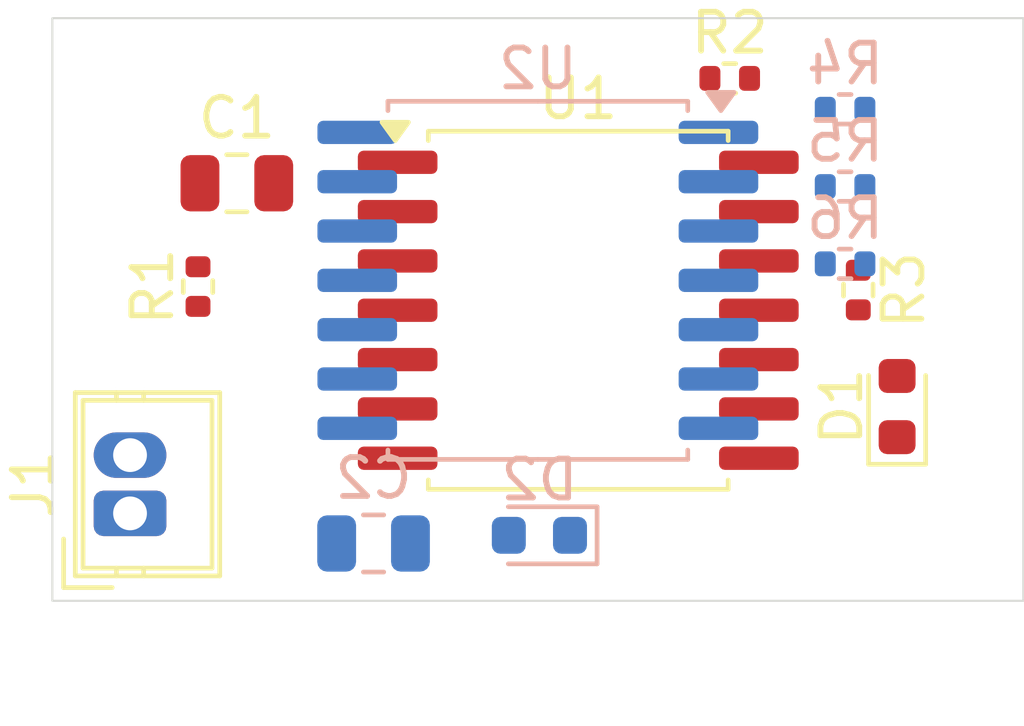
<source format=kicad_pcb>
(kicad_pcb (version 20241229) (generator "pcbnew") (generator_version "9.0")
  (layers (0 "F.Cu" signal) (4 "In1.Cu" signal) (6 "In2.Cu" signal) (2 "B.Cu" signal) (13 "F.Paste" user) (15 "B.Paste" user) (5 "F.SilkS" user "F.Silkscreen") (7 "B.SilkS" user "B.Silkscreen") (1 "F.Mask" user) (3 "B.Mask" user) (25 "Edge.Cuts" user))
  (net 0 "")
  (net 1 "GND")
  (net 2 "Net-(C1-Pad1)")
  (net 3 "VCC")
  (net 4 "Net-(U1-OUT)")
  (net 5 "Net-(U1-FB)")
  (net 6 "Net-(D1-A)")
  (net 7 "Net-(C2-Pad1)")
  (net 8 "Net-(D2-A)")
  (net 9 "Net-(U2-FB)")
  (net 10 "Net-(U2-OUT)")
  (footprint "Resistor_SMD:R_0402_1005Metric" (layer "F.Cu") (at 125.75 77 -90)
    (property "Reference" "R3" (at 0 -1.17 90) (layer "F.SilkS"))
    (property "Value" "R")
    (fp_line (start -0.153641 0.38) (end 0.153641 0.38) (stroke (width 0.12)) (layer "F.SilkS"))
    (fp_line (start -0.153641 -0.38) (end 0.153641 -0.38) (stroke (width 0.12)) (layer "F.SilkS"))
    (pad "1" smd roundrect (at -0.51 0 270) (size 0.54 0.64) (layers "F.Cu" "F.Mask" "F.Paste") (net 4 "Net-(U1-OUT)"))
    (pad "2" smd roundrect (at 0.51 0 270) (size 0.54 0.64) (layers "F.Cu" "F.Mask" "F.Paste") (net 6 "Net-(D1-A)"))
  )
  (footprint "LED_SMD:LED_0603_1608Metric" (layer "F.Cu") (at 126.75 80 90)
    (property "Reference" "D1" (at 0 -1.43 90) (layer "F.SilkS"))
    (property "Value" "LED")
    (fp_line (start 0.8 -0.735) (end -1.485 -0.735) (stroke (width 0.12)) (layer "F.SilkS"))
    (fp_line (start -1.485 -0.735) (end -1.485 0.735) (stroke (width 0.12)) (layer "F.SilkS"))
    (fp_line (start -1.485 0.735) (end 0.8 0.735) (stroke (width 0.12)) (layer "F.SilkS"))
    (pad "1" smd roundrect (at -0.7875 0 90) (size 0.875 0.95) (layers "F.Cu" "F.Mask" "F.Paste") (net 1 "GND"))
    (pad "2" smd roundrect (at 0.7875 0 90) (size 0.875 0.95) (layers "F.Cu" "F.Mask" "F.Paste") (net 6 "Net-(D1-A)"))
  )
  (footprint "Connector_Wuerth:Wuerth_WR-WTB_64800211622_1x02_P1.50mm_Vertical" (layer "F.Cu") (at 107 82.75 90)
    (property "Reference" "J1" (at 0.75 -2.5 90) (layer "F.SilkS"))
    (property "Value" "Conn_01x02_Pin")
    (fp_line (start -0.66 -1.71) (end -1.91 -1.71) (stroke (width 0.12)) (layer "F.SilkS"))
    (fp_line (start -1.91 -1.71) (end -1.91 -0.46) (stroke (width 0.12)) (layer "F.SilkS"))
    (fp_line (start 3.11 -1.41) (end -1.61 -1.41) (stroke (width 0.12)) (layer "F.SilkS"))
    (fp_line (start -1.61 -1.41) (end -1.61 2.31) (stroke (width 0.12)) (layer "F.SilkS"))
    (fp_line (start 2.91 -1.21) (end 2.91 -0.35) (stroke (width 0.12)) (layer "F.SilkS"))
    (fp_line (start -1.41 -1.21) (end 2.91 -1.21) (stroke (width 0.12)) (layer "F.SilkS"))
    (fp_line (start 2.91 -0.35) (end 3.11 -0.35) (stroke (width 0.12)) (layer "F.SilkS"))
    (fp_line (start 2.91 -0.35) (end 2.91 0.35) (stroke (width 0.12)) (layer "F.SilkS"))
    (fp_line (start -1.41 -0.35) (end -1.41 -1.21) (stroke (width 0.12)) (layer "F.SilkS"))
    (fp_line (start -1.41 -0.35) (end -1.41 0.35) (stroke (width 0.12)) (layer "F.SilkS"))
    (fp_line (start -1.61 -0.35) (end -1.41 -0.35) (stroke (width 0.12)) (layer "F.SilkS"))
    (fp_line (start 2.91 0.35) (end 3.11 0.35) (stroke (width 0.12)) (layer "F.SilkS"))
    (fp_line (start -1.41 0.35) (end -1.61 0.35) (stroke (width 0.12)) (layer "F.SilkS"))
    (fp_line (start -1.41 0.35) (end -1.41 2.11) (stroke (width 0.12)) (layer "F.SilkS"))
    (fp_line (start 2.91 2.11) (end 2.91 0.35) (stroke (width 0.12)) (layer "F.SilkS"))
    (fp_line (start -1.41 2.11) (end 2.91 2.11) (stroke (width 0.12)) (layer "F.SilkS"))
    (fp_line (start 3.11 2.31) (end 3.11 -1.41) (stroke (width 0.12)) (layer "F.SilkS"))
    (fp_line (start -1.61 2.31) (end 3.11 2.31) (stroke (width 0.12)) (layer "F.SilkS"))
    (pad "1" thru_hole roundrect (at 0 0 90) (size 1.17 1.87) (drill 0.87) (layers "*.Cu" "*.Mask") (roundrect_rratio 0.213675) (net 1 "GND"))
    (pad "2" thru_hole oval (at 1.5 0 90) (size 1.17 1.87) (drill 0.87) (layers "*.Cu" "*.Mask") (net 3 "VCC"))
  )
  (footprint "Capacitor_SMD:C_0805_2012Metric" (layer "F.Cu") (at 109.75 74.25)
    (property "Reference" "C1" (at 0 -1.68 0) (layer "F.SilkS"))
    (property "Value" "C")
    (fp_line (start -0.261252 -0.735) (end 0.261252 -0.735) (stroke (width 0.12)) (layer "F.SilkS"))
    (fp_line (start -0.261252 0.735) (end 0.261252 0.735) (stroke (width 0.12)) (layer "F.SilkS"))
    (pad "1" smd roundrect (at -0.95 0) (size 1 1.45) (layers "F.Cu" "F.Mask" "F.Paste") (net 2 "Net-(C1-Pad1)"))
    (pad "2" smd roundrect (at 0.95 0) (size 1 1.45) (layers "F.Cu" "F.Mask" "F.Paste") (net 1 "GND"))
  )
  (footprint "Resistor_SMD:R_0402_1005Metric" (layer "F.Cu") (at 108.75 76.91 90)
    (property "Reference" "R1" (at 0 -1.17 90) (layer "F.SilkS"))
    (property "Value" "R")
    (fp_line (start -0.153641 -0.38) (end 0.153641 -0.38) (stroke (width 0.12)) (layer "F.SilkS"))
    (fp_line (start -0.153641 0.38) (end 0.153641 0.38) (stroke (width 0.12)) (layer "F.SilkS"))
    (pad "1" smd roundrect (at -0.51 0 90) (size 0.54 0.64) (layers "F.Cu" "F.Mask" "F.Paste") (net 3 "VCC"))
    (pad "2" smd roundrect (at 0.51 0 90) (size 0.54 0.64) (layers "F.Cu" "F.Mask" "F.Paste") (net 2 "Net-(C1-Pad1)"))
  )
  (footprint "Resistor_SMD:R_0402_1005Metric" (layer "F.Cu") (at 122.44 71.55)
    (property "Reference" "R2" (at 0 -1.17 0) (layer "F.SilkS"))
    (property "Value" "R")
    (fp_line (start -0.153641 -0.38) (end 0.153641 -0.38) (stroke (width 0.12)) (layer "F.SilkS"))
    (fp_line (start -0.153641 0.38) (end 0.153641 0.38) (stroke (width 0.12)) (layer "F.SilkS"))
    (pad "1" smd roundrect (at -0.51 0) (size 0.54 0.64) (layers "F.Cu" "F.Mask" "F.Paste") (net 5 "Net-(U1-FB)"))
    (pad "2" smd roundrect (at 0.51 0) (size 0.54 0.64) (layers "F.Cu" "F.Mask" "F.Paste") (net 4 "Net-(U1-OUT)"))
  )
  (footprint "Package_SO:SOIC-14W_7.5x9mm_P1.27mm" (layer "F.Cu") (at 118.54 77.52)
    (property "Reference" "U1" (at 0 -5.45 0) (layer "F.SilkS"))
    (property "Value" "LM2574HVM-3.3")
    (fp_line (start -3.86 -4.61) (end -3.86 -4.37) (stroke (width 0.12)) (layer "F.SilkS"))
    (fp_line (start -3.86 4.61) (end -3.86 4.37) (stroke (width 0.12)) (layer "F.SilkS"))
    (fp_line (start 0 -4.61) (end -3.86 -4.61) (stroke (width 0.12)) (layer "F.SilkS"))
    (fp_line (start 0 -4.61) (end 3.86 -4.61) (stroke (width 0.12)) (layer "F.SilkS"))
    (fp_line (start 0 4.61) (end -3.86 4.61) (stroke (width 0.12)) (layer "F.SilkS"))
    (fp_line (start 0 4.61) (end 3.86 4.61) (stroke (width 0.12)) (layer "F.SilkS"))
    (fp_line (start 3.86 -4.61) (end 3.86 -4.37) (stroke (width 0.12)) (layer "F.SilkS"))
    (fp_line (start 3.86 4.61) (end 3.86 4.37) (stroke (width 0.12)) (layer "F.SilkS"))
    (fp_poly (pts (xy -4.7125 -4.37) (xy -5.0525 -4.84) (xy -4.3725 -4.84)) (stroke (width 0.12)) (fill yes) (layer "F.SilkS"))
    (pad "1" smd roundrect (at -4.65 -3.81) (size 2.05 0.6) (layers "F.Cu" "F.Mask" "F.Paste"))
    (pad "2" smd roundrect (at -4.65 -2.54) (size 2.05 0.6) (layers "F.Cu" "F.Mask" "F.Paste"))
    (pad "3" smd roundrect (at -4.65 -1.27) (size 2.05 0.6) (layers "F.Cu" "F.Mask" "F.Paste") (net 5 "Net-(U1-FB)"))
    (pad "4" smd roundrect (at -4.65 0) (size 2.05 0.6) (layers "F.Cu" "F.Mask" "F.Paste") (net 1 "GND"))
    (pad "5" smd roundrect (at -4.65 1.27) (size 2.05 0.6) (layers "F.Cu" "F.Mask" "F.Paste") (net 3 "VCC"))
    (pad "6" smd roundrect (at -4.65 2.54) (size 2.05 0.6) (layers "F.Cu" "F.Mask" "F.Paste") (net 1 "GND"))
    (pad "7" smd roundrect (at -4.65 3.81) (size 2.05 0.6) (layers "F.Cu" "F.Mask" "F.Paste"))
    (pad "8" smd roundrect (at 4.65 3.81) (size 2.05 0.6) (layers "F.Cu" "F.Mask" "F.Paste"))
    (pad "9" smd roundrect (at 4.65 2.54) (size 2.05 0.6) (layers "F.Cu" "F.Mask" "F.Paste"))
    (pad "10" smd roundrect (at 4.65 1.27) (size 2.05 0.6) (layers "F.Cu" "F.Mask" "F.Paste") (net 3 "VCC"))
    (pad "11" smd roundrect (at 4.65 0) (size 2.05 0.6) (layers "F.Cu" "F.Mask" "F.Paste"))
    (pad "12" smd roundrect (at 4.65 -1.27) (size 2.05 0.6) (layers "F.Cu" "F.Mask" "F.Paste") (net 4 "Net-(U1-OUT)"))
    (pad "13" smd roundrect (at 4.65 -2.54) (size 2.05 0.6) (layers "F.Cu" "F.Mask" "F.Paste"))
    (pad "14" smd roundrect (at 4.65 -3.81) (size 2.05 0.6) (layers "F.Cu" "F.Mask" "F.Paste"))
  )
  (footprint "Resistor_SMD:R_0402_1005Metric" (layer "B.Cu") (at 125.41 74.335 180)
    (property "Reference" "R5" (at 0 1.17 0) (layer "B.SilkS") (effects (justify mirror)))
    (property "Value" "R")
    (fp_line (start -0.153641 0.38) (end 0.153641 0.38) (stroke (width 0.12)) (layer "B.SilkS"))
    (fp_line (start -0.153641 -0.38) (end 0.153641 -0.38) (stroke (width 0.12)) (layer "B.SilkS"))
    (pad "1" smd roundrect (at -0.51 0 180) (size 0.54 0.64) (layers "B.Cu" "B.Mask" "B.Paste") (net 9 "Net-(U2-FB)"))
    (pad "2" smd roundrect (at 0.51 0 180) (size 0.54 0.64) (layers "B.Cu" "B.Mask" "B.Paste") (net 10 "Net-(U2-OUT)"))
  )
  (footprint "Resistor_SMD:R_0402_1005Metric" (layer "B.Cu") (at 125.41 72.345 180)
    (property "Reference" "R4" (at 0 1.17 0) (layer "B.SilkS") (effects (justify mirror)))
    (property "Value" "R")
    (fp_line (start -0.153641 0.38) (end 0.153641 0.38) (stroke (width 0.12)) (layer "B.SilkS"))
    (fp_line (start -0.153641 -0.38) (end 0.153641 -0.38) (stroke (width 0.12)) (layer "B.SilkS"))
    (pad "1" smd roundrect (at -0.51 0 180) (size 0.54 0.64) (layers "B.Cu" "B.Mask" "B.Paste") (net 3 "VCC"))
    (pad "2" smd roundrect (at 0.51 0 180) (size 0.54 0.64) (layers "B.Cu" "B.Mask" "B.Paste") (net 7 "Net-(C2-Pad1)"))
  )
  (footprint "Capacitor_SMD:C_0805_2012Metric" (layer "B.Cu") (at 113.27 83.525 180)
    (property "Reference" "C2" (at 0 1.68 0) (layer "B.SilkS") (effects (justify mirror)))
    (property "Value" "C")
    (fp_line (start -0.261252 0.735) (end 0.261252 0.735) (stroke (width 0.12)) (layer "B.SilkS"))
    (fp_line (start -0.261252 -0.735) (end 0.261252 -0.735) (stroke (width 0.12)) (layer "B.SilkS"))
    (pad "1" smd roundrect (at -0.95 0 180) (size 1 1.45) (layers "B.Cu" "B.Mask" "B.Paste") (net 7 "Net-(C2-Pad1)"))
    (pad "2" smd roundrect (at 0.95 0 180) (size 1 1.45) (layers "B.Cu" "B.Mask" "B.Paste") (net 1 "GND"))
  )
  (footprint "Resistor_SMD:R_0402_1005Metric" (layer "B.Cu") (at 125.41 76.325 180)
    (property "Reference" "R6" (at 0 1.17 0) (layer "B.SilkS") (effects (justify mirror)))
    (property "Value" "R")
    (fp_line (start -0.153641 0.38) (end 0.153641 0.38) (stroke (width 0.12)) (layer "B.SilkS"))
    (fp_line (start -0.153641 -0.38) (end 0.153641 -0.38) (stroke (width 0.12)) (layer "B.SilkS"))
    (pad "1" smd roundrect (at -0.51 0 180) (size 0.54 0.64) (layers "B.Cu" "B.Mask" "B.Paste") (net 10 "Net-(U2-OUT)"))
    (pad "2" smd roundrect (at 0.51 0 180) (size 0.54 0.64) (layers "B.Cu" "B.Mask" "B.Paste") (net 8 "Net-(D2-A)"))
  )
  (footprint "LED_SMD:LED_0603_1608Metric" (layer "B.Cu") (at 117.54 83.315 180)
    (property "Reference" "D2" (at 0 1.43 0) (layer "B.SilkS") (effects (justify mirror)))
    (property "Value" "LED")
    (fp_line (start 0.8 0.735) (end -1.485 0.735) (stroke (width 0.12)) (layer "B.SilkS"))
    (fp_line (start -1.485 0.735) (end -1.485 -0.735) (stroke (width 0.12)) (layer "B.SilkS"))
    (fp_line (start -1.485 -0.735) (end 0.8 -0.735) (stroke (width 0.12)) (layer "B.SilkS"))
    (pad "1" smd roundrect (at -0.7875 0 180) (size 0.875 0.95) (layers "B.Cu" "B.Mask" "B.Paste") (net 1 "GND"))
    (pad "2" smd roundrect (at 0.7875 0 180) (size 0.875 0.95) (layers "B.Cu" "B.Mask" "B.Paste") (net 8 "Net-(D2-A)"))
  )
  (footprint "Package_SO:SOIC-14W_7.5x9mm_P1.27mm" (layer "B.Cu") (at 117.5 76.75 180)
    (property "Reference" "U2" (at 0 5.45 0) (layer "B.SilkS") (effects (justify mirror)))
    (property "Value" "LM2574HVM-3.3")
    (fp_line (start 3.86 4.61) (end 3.86 4.37) (stroke (width 0.12)) (layer "B.SilkS"))
    (fp_line (start 3.86 -4.61) (end 3.86 -4.37) (stroke (width 0.12)) (layer "B.SilkS"))
    (fp_line (start 0 4.61) (end 3.86 4.61) (stroke (width 0.12)) (layer "B.SilkS"))
    (fp_line (start 0 4.61) (end -3.86 4.61) (stroke (width 0.12)) (layer "B.SilkS"))
    (fp_line (start 0 -4.61) (end 3.86 -4.61) (stroke (width 0.12)) (layer "B.SilkS"))
    (fp_line (start 0 -4.61) (end -3.86 -4.61) (stroke (width 0.12)) (layer "B.SilkS"))
    (fp_line (start -3.86 4.61) (end -3.86 4.37) (stroke (width 0.12)) (layer "B.SilkS"))
    (fp_line (start -3.86 -4.61) (end -3.86 -4.37) (stroke (width 0.12)) (layer "B.SilkS"))
    (fp_poly (pts (xy -4.7125 4.37) (xy -5.0525 4.84) (xy -4.3725 4.84)) (stroke (width 0.12)) (fill yes) (layer "B.SilkS"))
    (pad "1" smd roundrect (at -4.65 3.81 180) (size 2.05 0.6) (layers "B.Cu" "B.Mask" "B.Paste"))
    (pad "2" smd roundrect (at -4.65 2.54 180) (size 2.05 0.6) (layers "B.Cu" "B.Mask" "B.Paste"))
    (pad "3" smd roundrect (at -4.65 1.27 180) (size 2.05 0.6) (layers "B.Cu" "B.Mask" "B.Paste") (net 9 "Net-(U2-FB)"))
    (pad "4" smd roundrect (at -4.65 0 180) (size 2.05 0.6) (layers "B.Cu" "B.Mask" "B.Paste") (net 1 "GND"))
    (pad "5" smd roundrect (at -4.65 -1.27 180) (size 2.05 0.6) (layers "B.Cu" "B.Mask" "B.Paste") (net 3 "VCC"))
    (pad "6" smd roundrect (at -4.65 -2.54 180) (size 2.05 0.6) (layers "B.Cu" "B.Mask" "B.Paste") (net 1 "GND"))
    (pad "7" smd roundrect (at -4.65 -3.81 180) (size 2.05 0.6) (layers "B.Cu" "B.Mask" "B.Paste"))
    (pad "8" smd roundrect (at 4.65 -3.81 180) (size 2.05 0.6) (layers "B.Cu" "B.Mask" "B.Paste"))
    (pad "9" smd roundrect (at 4.65 -2.54 180) (size 2.05 0.6) (layers "B.Cu" "B.Mask" "B.Paste"))
    (pad "10" smd roundrect (at 4.65 -1.27 180) (size 2.05 0.6) (layers "B.Cu" "B.Mask" "B.Paste") (net 3 "VCC"))
    (pad "11" smd roundrect (at 4.65 0 180) (size 2.05 0.6) (layers "B.Cu" "B.Mask" "B.Paste"))
    (pad "12" smd roundrect (at 4.65 1.27 180) (size 2.05 0.6) (layers "B.Cu" "B.Mask" "B.Paste") (net 10 "Net-(U2-OUT)"))
    (pad "13" smd roundrect (at 4.65 2.54 180) (size 2.05 0.6) (layers "B.Cu" "B.Mask" "B.Paste"))
    (pad "14" smd roundrect (at 4.65 3.81 180) (size 2.05 0.6) (layers "B.Cu" "B.Mask" "B.Paste"))
  )
  (gr_rect (start 105 70) (end 130 85) (stroke (width 0.05)) (fill no) (layer "Edge.Cuts"))
)
</source>
